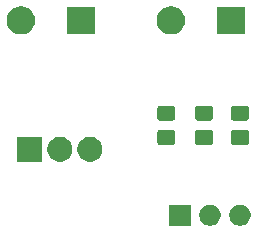
<source format=gbr>
G04 #@! TF.GenerationSoftware,KiCad,Pcbnew,5.1.5-52549c5~86~ubuntu16.04.1*
G04 #@! TF.CreationDate,2020-07-28T22:18:50+05:30*
G04 #@! TF.ProjectId,IRF520_MOSFET_Driver_V1.0,49524635-3230-45f4-9d4f-534645545f44,v1.0*
G04 #@! TF.SameCoordinates,Original*
G04 #@! TF.FileFunction,Soldermask,Top*
G04 #@! TF.FilePolarity,Negative*
%FSLAX46Y46*%
G04 Gerber Fmt 4.6, Leading zero omitted, Abs format (unit mm)*
G04 Created by KiCad (PCBNEW 5.1.5-52549c5~86~ubuntu16.04.1) date 2020-07-28 22:18:50*
%MOMM*%
%LPD*%
G04 APERTURE LIST*
%ADD10C,0.100000*%
G04 APERTURE END LIST*
D10*
G36*
X139813512Y-85463927D02*
G01*
X139962812Y-85493624D01*
X140126784Y-85561544D01*
X140274354Y-85660147D01*
X140399853Y-85785646D01*
X140498456Y-85933216D01*
X140566376Y-86097188D01*
X140601000Y-86271259D01*
X140601000Y-86448741D01*
X140566376Y-86622812D01*
X140498456Y-86786784D01*
X140399853Y-86934354D01*
X140274354Y-87059853D01*
X140126784Y-87158456D01*
X139962812Y-87226376D01*
X139813512Y-87256073D01*
X139788742Y-87261000D01*
X139611258Y-87261000D01*
X139586488Y-87256073D01*
X139437188Y-87226376D01*
X139273216Y-87158456D01*
X139125646Y-87059853D01*
X139000147Y-86934354D01*
X138901544Y-86786784D01*
X138833624Y-86622812D01*
X138799000Y-86448741D01*
X138799000Y-86271259D01*
X138833624Y-86097188D01*
X138901544Y-85933216D01*
X139000147Y-85785646D01*
X139125646Y-85660147D01*
X139273216Y-85561544D01*
X139437188Y-85493624D01*
X139586488Y-85463927D01*
X139611258Y-85459000D01*
X139788742Y-85459000D01*
X139813512Y-85463927D01*
G37*
G36*
X142353512Y-85463927D02*
G01*
X142502812Y-85493624D01*
X142666784Y-85561544D01*
X142814354Y-85660147D01*
X142939853Y-85785646D01*
X143038456Y-85933216D01*
X143106376Y-86097188D01*
X143141000Y-86271259D01*
X143141000Y-86448741D01*
X143106376Y-86622812D01*
X143038456Y-86786784D01*
X142939853Y-86934354D01*
X142814354Y-87059853D01*
X142666784Y-87158456D01*
X142502812Y-87226376D01*
X142353512Y-87256073D01*
X142328742Y-87261000D01*
X142151258Y-87261000D01*
X142126488Y-87256073D01*
X141977188Y-87226376D01*
X141813216Y-87158456D01*
X141665646Y-87059853D01*
X141540147Y-86934354D01*
X141441544Y-86786784D01*
X141373624Y-86622812D01*
X141339000Y-86448741D01*
X141339000Y-86271259D01*
X141373624Y-86097188D01*
X141441544Y-85933216D01*
X141540147Y-85785646D01*
X141665646Y-85660147D01*
X141813216Y-85561544D01*
X141977188Y-85493624D01*
X142126488Y-85463927D01*
X142151258Y-85459000D01*
X142328742Y-85459000D01*
X142353512Y-85463927D01*
G37*
G36*
X138061000Y-87261000D02*
G01*
X136259000Y-87261000D01*
X136259000Y-85459000D01*
X138061000Y-85459000D01*
X138061000Y-87261000D01*
G37*
G36*
X125511000Y-81823000D02*
G01*
X123409000Y-81823000D01*
X123409000Y-79721000D01*
X125511000Y-79721000D01*
X125511000Y-81823000D01*
G37*
G36*
X127306564Y-79761389D02*
G01*
X127497833Y-79840615D01*
X127497835Y-79840616D01*
X127669973Y-79955635D01*
X127816365Y-80102027D01*
X127926174Y-80266367D01*
X127931385Y-80274167D01*
X128010611Y-80465436D01*
X128051000Y-80668484D01*
X128051000Y-80875516D01*
X128010611Y-81078564D01*
X127931385Y-81269833D01*
X127931384Y-81269835D01*
X127816365Y-81441973D01*
X127669973Y-81588365D01*
X127497835Y-81703384D01*
X127497834Y-81703385D01*
X127497833Y-81703385D01*
X127306564Y-81782611D01*
X127103516Y-81823000D01*
X126896484Y-81823000D01*
X126693436Y-81782611D01*
X126502167Y-81703385D01*
X126502166Y-81703385D01*
X126502165Y-81703384D01*
X126330027Y-81588365D01*
X126183635Y-81441973D01*
X126068616Y-81269835D01*
X126068615Y-81269833D01*
X125989389Y-81078564D01*
X125949000Y-80875516D01*
X125949000Y-80668484D01*
X125989389Y-80465436D01*
X126068615Y-80274167D01*
X126073827Y-80266367D01*
X126183635Y-80102027D01*
X126330027Y-79955635D01*
X126502165Y-79840616D01*
X126502167Y-79840615D01*
X126693436Y-79761389D01*
X126896484Y-79721000D01*
X127103516Y-79721000D01*
X127306564Y-79761389D01*
G37*
G36*
X129846564Y-79761389D02*
G01*
X130037833Y-79840615D01*
X130037835Y-79840616D01*
X130209973Y-79955635D01*
X130356365Y-80102027D01*
X130466174Y-80266367D01*
X130471385Y-80274167D01*
X130550611Y-80465436D01*
X130591000Y-80668484D01*
X130591000Y-80875516D01*
X130550611Y-81078564D01*
X130471385Y-81269833D01*
X130471384Y-81269835D01*
X130356365Y-81441973D01*
X130209973Y-81588365D01*
X130037835Y-81703384D01*
X130037834Y-81703385D01*
X130037833Y-81703385D01*
X129846564Y-81782611D01*
X129643516Y-81823000D01*
X129436484Y-81823000D01*
X129233436Y-81782611D01*
X129042167Y-81703385D01*
X129042166Y-81703385D01*
X129042165Y-81703384D01*
X128870027Y-81588365D01*
X128723635Y-81441973D01*
X128608616Y-81269835D01*
X128608615Y-81269833D01*
X128529389Y-81078564D01*
X128489000Y-80875516D01*
X128489000Y-80668484D01*
X128529389Y-80465436D01*
X128608615Y-80274167D01*
X128613827Y-80266367D01*
X128723635Y-80102027D01*
X128870027Y-79955635D01*
X129042165Y-79840616D01*
X129042167Y-79840615D01*
X129233436Y-79761389D01*
X129436484Y-79721000D01*
X129643516Y-79721000D01*
X129846564Y-79761389D01*
G37*
G36*
X142828674Y-79143465D02*
G01*
X142866367Y-79154899D01*
X142901103Y-79173466D01*
X142931548Y-79198452D01*
X142956534Y-79228897D01*
X142975101Y-79263633D01*
X142986535Y-79301326D01*
X142991000Y-79346661D01*
X142991000Y-80183339D01*
X142986535Y-80228674D01*
X142975101Y-80266367D01*
X142956534Y-80301103D01*
X142931548Y-80331548D01*
X142901103Y-80356534D01*
X142866367Y-80375101D01*
X142828674Y-80386535D01*
X142783339Y-80391000D01*
X141696661Y-80391000D01*
X141651326Y-80386535D01*
X141613633Y-80375101D01*
X141578897Y-80356534D01*
X141548452Y-80331548D01*
X141523466Y-80301103D01*
X141504899Y-80266367D01*
X141493465Y-80228674D01*
X141489000Y-80183339D01*
X141489000Y-79346661D01*
X141493465Y-79301326D01*
X141504899Y-79263633D01*
X141523466Y-79228897D01*
X141548452Y-79198452D01*
X141578897Y-79173466D01*
X141613633Y-79154899D01*
X141651326Y-79143465D01*
X141696661Y-79139000D01*
X142783339Y-79139000D01*
X142828674Y-79143465D01*
G37*
G36*
X139788674Y-79143465D02*
G01*
X139826367Y-79154899D01*
X139861103Y-79173466D01*
X139891548Y-79198452D01*
X139916534Y-79228897D01*
X139935101Y-79263633D01*
X139946535Y-79301326D01*
X139951000Y-79346661D01*
X139951000Y-80183339D01*
X139946535Y-80228674D01*
X139935101Y-80266367D01*
X139916534Y-80301103D01*
X139891548Y-80331548D01*
X139861103Y-80356534D01*
X139826367Y-80375101D01*
X139788674Y-80386535D01*
X139743339Y-80391000D01*
X138656661Y-80391000D01*
X138611326Y-80386535D01*
X138573633Y-80375101D01*
X138538897Y-80356534D01*
X138508452Y-80331548D01*
X138483466Y-80301103D01*
X138464899Y-80266367D01*
X138453465Y-80228674D01*
X138449000Y-80183339D01*
X138449000Y-79346661D01*
X138453465Y-79301326D01*
X138464899Y-79263633D01*
X138483466Y-79228897D01*
X138508452Y-79198452D01*
X138538897Y-79173466D01*
X138573633Y-79154899D01*
X138611326Y-79143465D01*
X138656661Y-79139000D01*
X139743339Y-79139000D01*
X139788674Y-79143465D01*
G37*
G36*
X136588674Y-79143465D02*
G01*
X136626367Y-79154899D01*
X136661103Y-79173466D01*
X136691548Y-79198452D01*
X136716534Y-79228897D01*
X136735101Y-79263633D01*
X136746535Y-79301326D01*
X136751000Y-79346661D01*
X136751000Y-80183339D01*
X136746535Y-80228674D01*
X136735101Y-80266367D01*
X136716534Y-80301103D01*
X136691548Y-80331548D01*
X136661103Y-80356534D01*
X136626367Y-80375101D01*
X136588674Y-80386535D01*
X136543339Y-80391000D01*
X135456661Y-80391000D01*
X135411326Y-80386535D01*
X135373633Y-80375101D01*
X135338897Y-80356534D01*
X135308452Y-80331548D01*
X135283466Y-80301103D01*
X135264899Y-80266367D01*
X135253465Y-80228674D01*
X135249000Y-80183339D01*
X135249000Y-79346661D01*
X135253465Y-79301326D01*
X135264899Y-79263633D01*
X135283466Y-79228897D01*
X135308452Y-79198452D01*
X135338897Y-79173466D01*
X135373633Y-79154899D01*
X135411326Y-79143465D01*
X135456661Y-79139000D01*
X136543339Y-79139000D01*
X136588674Y-79143465D01*
G37*
G36*
X136588674Y-77093465D02*
G01*
X136626367Y-77104899D01*
X136661103Y-77123466D01*
X136691548Y-77148452D01*
X136716534Y-77178897D01*
X136735101Y-77213633D01*
X136746535Y-77251326D01*
X136751000Y-77296661D01*
X136751000Y-78133339D01*
X136746535Y-78178674D01*
X136735101Y-78216367D01*
X136716534Y-78251103D01*
X136691548Y-78281548D01*
X136661103Y-78306534D01*
X136626367Y-78325101D01*
X136588674Y-78336535D01*
X136543339Y-78341000D01*
X135456661Y-78341000D01*
X135411326Y-78336535D01*
X135373633Y-78325101D01*
X135338897Y-78306534D01*
X135308452Y-78281548D01*
X135283466Y-78251103D01*
X135264899Y-78216367D01*
X135253465Y-78178674D01*
X135249000Y-78133339D01*
X135249000Y-77296661D01*
X135253465Y-77251326D01*
X135264899Y-77213633D01*
X135283466Y-77178897D01*
X135308452Y-77148452D01*
X135338897Y-77123466D01*
X135373633Y-77104899D01*
X135411326Y-77093465D01*
X135456661Y-77089000D01*
X136543339Y-77089000D01*
X136588674Y-77093465D01*
G37*
G36*
X139788674Y-77093465D02*
G01*
X139826367Y-77104899D01*
X139861103Y-77123466D01*
X139891548Y-77148452D01*
X139916534Y-77178897D01*
X139935101Y-77213633D01*
X139946535Y-77251326D01*
X139951000Y-77296661D01*
X139951000Y-78133339D01*
X139946535Y-78178674D01*
X139935101Y-78216367D01*
X139916534Y-78251103D01*
X139891548Y-78281548D01*
X139861103Y-78306534D01*
X139826367Y-78325101D01*
X139788674Y-78336535D01*
X139743339Y-78341000D01*
X138656661Y-78341000D01*
X138611326Y-78336535D01*
X138573633Y-78325101D01*
X138538897Y-78306534D01*
X138508452Y-78281548D01*
X138483466Y-78251103D01*
X138464899Y-78216367D01*
X138453465Y-78178674D01*
X138449000Y-78133339D01*
X138449000Y-77296661D01*
X138453465Y-77251326D01*
X138464899Y-77213633D01*
X138483466Y-77178897D01*
X138508452Y-77148452D01*
X138538897Y-77123466D01*
X138573633Y-77104899D01*
X138611326Y-77093465D01*
X138656661Y-77089000D01*
X139743339Y-77089000D01*
X139788674Y-77093465D01*
G37*
G36*
X142828674Y-77093465D02*
G01*
X142866367Y-77104899D01*
X142901103Y-77123466D01*
X142931548Y-77148452D01*
X142956534Y-77178897D01*
X142975101Y-77213633D01*
X142986535Y-77251326D01*
X142991000Y-77296661D01*
X142991000Y-78133339D01*
X142986535Y-78178674D01*
X142975101Y-78216367D01*
X142956534Y-78251103D01*
X142931548Y-78281548D01*
X142901103Y-78306534D01*
X142866367Y-78325101D01*
X142828674Y-78336535D01*
X142783339Y-78341000D01*
X141696661Y-78341000D01*
X141651326Y-78336535D01*
X141613633Y-78325101D01*
X141578897Y-78306534D01*
X141548452Y-78281548D01*
X141523466Y-78251103D01*
X141504899Y-78216367D01*
X141493465Y-78178674D01*
X141489000Y-78133339D01*
X141489000Y-77296661D01*
X141493465Y-77251326D01*
X141504899Y-77213633D01*
X141523466Y-77178897D01*
X141548452Y-77148452D01*
X141578897Y-77123466D01*
X141613633Y-77104899D01*
X141651326Y-77093465D01*
X141696661Y-77089000D01*
X142783339Y-77089000D01*
X142828674Y-77093465D01*
G37*
G36*
X136748318Y-68695153D02*
G01*
X136966885Y-68785687D01*
X136966887Y-68785688D01*
X137163593Y-68917122D01*
X137330878Y-69084407D01*
X137462312Y-69281113D01*
X137462313Y-69281115D01*
X137552847Y-69499682D01*
X137599000Y-69731710D01*
X137599000Y-69968290D01*
X137552847Y-70200318D01*
X137462313Y-70418885D01*
X137462312Y-70418887D01*
X137330878Y-70615593D01*
X137163593Y-70782878D01*
X136966887Y-70914312D01*
X136966886Y-70914313D01*
X136966885Y-70914313D01*
X136748318Y-71004847D01*
X136516290Y-71051000D01*
X136279710Y-71051000D01*
X136047682Y-71004847D01*
X135829115Y-70914313D01*
X135829114Y-70914313D01*
X135829113Y-70914312D01*
X135632407Y-70782878D01*
X135465122Y-70615593D01*
X135333688Y-70418887D01*
X135333687Y-70418885D01*
X135243153Y-70200318D01*
X135197000Y-69968290D01*
X135197000Y-69731710D01*
X135243153Y-69499682D01*
X135333687Y-69281115D01*
X135333688Y-69281113D01*
X135465122Y-69084407D01*
X135632407Y-68917122D01*
X135829113Y-68785688D01*
X135829115Y-68785687D01*
X136047682Y-68695153D01*
X136279710Y-68649000D01*
X136516290Y-68649000D01*
X136748318Y-68695153D01*
G37*
G36*
X124048318Y-68695153D02*
G01*
X124266885Y-68785687D01*
X124266887Y-68785688D01*
X124463593Y-68917122D01*
X124630878Y-69084407D01*
X124762312Y-69281113D01*
X124762313Y-69281115D01*
X124852847Y-69499682D01*
X124899000Y-69731710D01*
X124899000Y-69968290D01*
X124852847Y-70200318D01*
X124762313Y-70418885D01*
X124762312Y-70418887D01*
X124630878Y-70615593D01*
X124463593Y-70782878D01*
X124266887Y-70914312D01*
X124266886Y-70914313D01*
X124266885Y-70914313D01*
X124048318Y-71004847D01*
X123816290Y-71051000D01*
X123579710Y-71051000D01*
X123347682Y-71004847D01*
X123129115Y-70914313D01*
X123129114Y-70914313D01*
X123129113Y-70914312D01*
X122932407Y-70782878D01*
X122765122Y-70615593D01*
X122633688Y-70418887D01*
X122633687Y-70418885D01*
X122543153Y-70200318D01*
X122497000Y-69968290D01*
X122497000Y-69731710D01*
X122543153Y-69499682D01*
X122633687Y-69281115D01*
X122633688Y-69281113D01*
X122765122Y-69084407D01*
X122932407Y-68917122D01*
X123129113Y-68785688D01*
X123129115Y-68785687D01*
X123347682Y-68695153D01*
X123579710Y-68649000D01*
X123816290Y-68649000D01*
X124048318Y-68695153D01*
G37*
G36*
X142629000Y-71001000D02*
G01*
X140327000Y-71001000D01*
X140327000Y-68699000D01*
X142629000Y-68699000D01*
X142629000Y-71001000D01*
G37*
G36*
X129929000Y-71001000D02*
G01*
X127627000Y-71001000D01*
X127627000Y-68699000D01*
X129929000Y-68699000D01*
X129929000Y-71001000D01*
G37*
M02*

</source>
